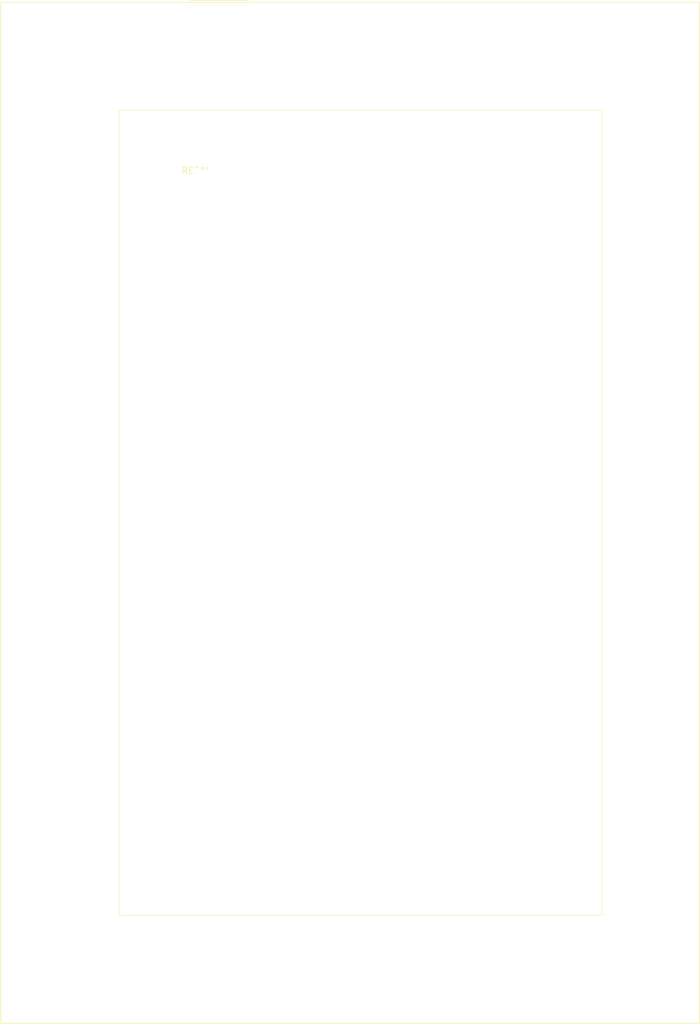
<source format=kicad_pcb>
(kicad_pcb (version 20240108) (generator pcbnew)
  (layers (0 "F.Cu" signal) (31 "B.Cu" signal) (34 "B.Paste" user) (35 "F.Paste" user) (36 "B.SilkS" user "B.Silkscreen") (37 "F.SilkS" user "F.Silkscreen") (38 "B.Mask" user) (39 "F.Mask" user) (44 "Edge.Cuts" user))
  (net 0 "")
  (footprint "EA_eDIPTFT70-ATC" (layer "F.Cu") (at 0 0)
    (property "Reference" "REF**")
    (property "Value" "EA_eDIPTFT70-ATC")
    (fp_line (start -36.91 -31.85) (end 95.33 -31.85) (layer "F.SilkS") (stroke (width 0.12)))
    (fp_line (start -36.91 161.39) (end -36.91 -31.85) (layer "F.SilkS") (stroke (width 0.12)))
    (fp_line (start -14.51 -11.43) (end -14.51 140.97) (layer "F.SilkS") (stroke (width 0.1)))
    (fp_line (start -14.51 140.97) (end 76.93 140.97) (layer "F.SilkS") (stroke (width 0.1)))
    (fp_line (start -1 -32.23) (end 10 -32.23) (layer "F.SilkS") (stroke (width 0.12)))
    (fp_line (start 76.93 -11.43) (end -14.51 -11.43) (layer "F.SilkS") (stroke (width 0.1)))
    (fp_line (start 76.93 140.97) (end 76.93 -11.43) (layer "F.SilkS") (stroke (width 0.1)))
    (fp_line (start 95.33 -31.85) (end 95.33 161.39) (layer "F.SilkS") (stroke (width 0.12)))
    (fp_line (start 95.33 161.39) (end -36.91 161.39) (layer "F.SilkS") (stroke (width 0.12)))
    (pad "1" thru_hole rect (at 0 0) (size 1.5 1.5) (drill 1) (layers *.Cu *.Mask) (remove_unused_layers))
    (pad "2" thru_hole circle (at 2.54 0) (size 1.5 1.5) (drill 1) (layers *.Cu *.Mask) (remove_unused_layers))
    (pad "3" thru_hole circle (at 5.08 0) (size 1.5 1.5) (drill 1) (layers *.Cu *.Mask) (remove_unused_layers))
    (pad "4" thru_hole circle (at 7.62 0) (size 1.5 1.5) (drill 1) (layers *.Cu *.Mask) (remove_unused_layers))
    (pad "5" thru_hole circle (at 10.16 0) (size 1.5 1.5) (drill 1) (layers *.Cu *.Mask) (remove_unused_layers))
    (pad "6" thru_hole circle (at 12.7 0) (size 1.5 1.5) (drill 1) (layers *.Cu *.Mask) (remove_unused_layers))
    (pad "7" thru_hole circle (at 15.24 0) (size 1.5 1.5) (drill 1) (layers *.Cu *.Mask) (remove_unused_layers))
    (pad "8" thru_hole circle (at 17.78 0) (size 1.5 1.5) (drill 1) (layers *.Cu *.Mask) (remove_unused_layers))
    (pad "9" thru_hole circle (at 20.32 0) (size 1.5 1.5) (drill 1) (layers *.Cu *.Mask) (remove_unused_layers))
    (pad "10" thru_hole circle (at 22.86 0) (size 1.5 1.5) (drill 1) (layers *.Cu *.Mask) (remove_unused_layers))
    (pad "11" thru_hole circle (at 25.4 0) (size 1.5 1.5) (drill 1) (layers *.Cu *.Mask) (remove_unused_layers))
    (pad "12" thru_hole circle (at 27.94 0) (size 1.5 1.5) (drill 1) (layers *.Cu *.Mask) (remove_unused_layers))
    (pad "13" thru_hole circle (at 30.48 0) (size 1.5 1.5) (drill 1) (layers *.Cu *.Mask) (remove_unused_layers))
    (pad "14" thru_hole circle (at 33.02 0) (size 1.5 1.5) (drill 1) (layers *.Cu *.Mask) (remove_unused_layers))
    (pad "15" thru_hole circle (at 35.56 0) (size 1.5 1.5) (drill 1) (layers *.Cu *.Mask) (remove_unused_layers))
    (pad "16" thru_hole circle (at 38.1 0) (size 1.5 1.5) (drill 1) (layers *.Cu *.Mask) (remove_unused_layers))
    (pad "17" thru_hole circle (at 40.64 0) (size 1.5 1.5) (drill 1) (layers *.Cu *.Mask) (remove_unused_layers))
    (pad "18" thru_hole circle (at 43.18 0) (size 1.5 1.5) (drill 1) (layers *.Cu *.Mask) (remove_unused_layers))
    (pad "19" thru_hole circle (at 45.72 0) (size 1.5 1.5) (drill 1) (layers *.Cu *.Mask) (remove_unused_layers))
    (pad "20" thru_hole circle (at 48.26 0) (size 1.5 1.5) (drill 1) (layers *.Cu *.Mask) (remove_unused_layers))
    (pad "21" thru_hole circle (at 50.8 0) (size 1.5 1.5) (drill 1) (layers *.Cu *.Mask) (remove_unused_layers))
    (pad "22" thru_hole circle (at 53.34 0) (size 1.5 1.5) (drill 1) (layers *.Cu *.Mask) (remove_unused_layers))
    (pad "23" thru_hole circle (at 55.88 0) (size 1.5 1.5) (drill 1) (layers *.Cu *.Mask) (remove_unused_layers))
    (pad "24" thru_hole circle (at 58.42 0) (size 1.5 1.5) (drill 1) (layers *.Cu *.Mask) (remove_unused_layers))
    (pad "25" thru_hole circle (at 58.42 129.54) (size 1.5 1.5) (drill 1) (layers *.Cu *.Mask) (remove_unused_layers))
    (pad "26" thru_hole circle (at 55.88 129.54) (size 1.5 1.5) (drill 1) (layers *.Cu *.Mask) (remove_unused_layers))
    (pad "27" thru_hole circle (at 53.34 129.54) (size 1.5 1.5) (drill 1) (layers *.Cu *.Mask) (remove_unused_layers))
    (pad "28" thru_hole circle (at 50.8 129.54) (size 1.5 1.5) (drill 1) (layers *.Cu *.Mask) (remove_unused_layers))
    (pad "29" thru_hole circle (at 48.26 129.54) (size 1.5 1.5) (drill 1) (layers *.Cu *.Mask) (remove_unused_layers))
    (pad "30" thru_hole circle (at 45.72 129.54) (size 1.5 1.5) (drill 1) (layers *.Cu *.Mask) (remove_unused_layers))
    (pad "31" thru_hole circle (at 43.18 129.54) (size 1.5 1.5) (drill 1) (layers *.Cu *.Mask) (remove_unused_layers))
    (pad "32" thru_hole circle (at 40.64 129.54) (size 1.5 1.5) (drill 1) (layers *.Cu *.Mask) (remove_unused_layers))
    (pad "33" thru_hole circle (at 38.1 129.54) (size 1.5 1.5) (drill 1) (layers *.Cu *.Mask) (remove_unused_layers))
    (pad "34" thru_hole circle (at 35.56 129.54) (size 1.5 1.5) (drill 1) (layers *.Cu *.Mask) (remove_unused_layers))
    (pad "35" thru_hole circle (at 33.02 129.54) (size 1.5 1.5) (drill 1) (layers *.Cu *.Mask) (remove_unused_layers))
    (pad "36" thru_hole circle (at 30.48 129.54) (size 1.5 1.5) (drill 1) (layers *.Cu *.Mask) (remove_unused_layers))
    (pad "37" thru_hole circle (at 27.94 129.54) (size 1.5 1.5) (drill 1) (layers *.Cu *.Mask) (remove_unused_layers))
    (pad "38" thru_hole circle (at 25.4 129.54) (size 1.5 1.5) (drill 1) (layers *.Cu *.Mask) (remove_unused_layers))
    (pad "39" thru_hole circle (at 22.86 129.54) (size 1.5 1.5) (drill 1) (layers *.Cu *.Mask) (remove_unused_layers))
    (pad "40" thru_hole circle (at 20.32 129.54) (size 1.5 1.5) (drill 1) (layers *.Cu *.Mask) (remove_unused_layers))
    (pad "41" thru_hole circle (at 17.78 129.54) (size 1.5 1.5) (drill 1) (layers *.Cu *.Mask) (remove_unused_layers))
    (pad "42" thru_hole circle (at 15.24 129.54) (size 1.5 1.5) (drill 1) (layers *.Cu *.Mask) (remove_unused_layers))
    (pad "43" thru_hole circle (at 12.7 129.54) (size 1.5 1.5) (drill 1) (layers *.Cu *.Mask) (remove_unused_layers))
    (pad "44" thru_hole circle (at 10.16 129.54) (size 1.5 1.5) (drill 1) (layers *.Cu *.Mask) (remove_unused_layers))
    (pad "45" thru_hole circle (at 7.62 129.54) (size 1.5 1.5) (drill 1) (layers *.Cu *.Mask) (remove_unused_layers))
    (pad "46" thru_hole circle (at 5.08 129.54) (size 1.5 1.5) (drill 1) (layers *.Cu *.Mask) (remove_unused_layers))
    (pad "47" thru_hole circle (at 2.54 129.54) (size 1.5 1.5) (drill 1) (layers *.Cu *.Mask) (remove_unused_layers))
    (pad "48" thru_hole circle (at 0 129.54) (size 1.5 1.5) (drill 1) (layers *.Cu *.Mask) (remove_unused_layers))
  )
)
</source>
